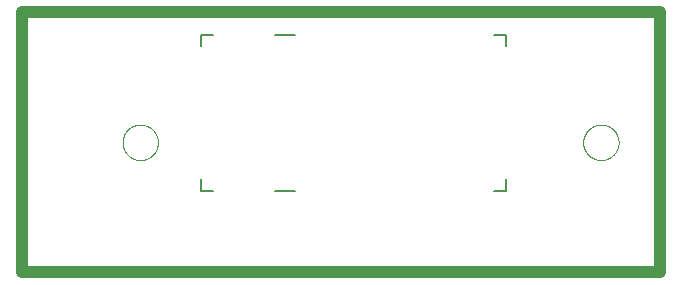
<source format=gbo>
G75*
%MOIN*%
%OFA0B0*%
%FSLAX25Y25*%
%IPPOS*%
%LPD*%
%AMOC8*
5,1,8,0,0,1.08239X$1,22.5*
%
%ADD10C,0.03937*%
%ADD11C,0.00800*%
%ADD12C,0.00000*%
D10*
X0002969Y0005657D02*
X0215567Y0005657D01*
X0215567Y0092272D01*
X0002969Y0092272D01*
X0002969Y0005657D01*
D11*
X0062693Y0032902D02*
X0066630Y0032902D01*
X0062693Y0032902D02*
X0062693Y0036839D01*
X0087102Y0032902D02*
X0093795Y0032902D01*
X0062693Y0080933D02*
X0062693Y0084870D01*
X0066630Y0084870D01*
X0087102Y0084870D02*
X0093795Y0084870D01*
X0160331Y0084870D02*
X0164268Y0084870D01*
X0164268Y0080933D01*
X0164268Y0036839D02*
X0164268Y0032902D01*
X0160331Y0032902D01*
D12*
X0189976Y0048965D02*
X0189978Y0049118D01*
X0189984Y0049272D01*
X0189994Y0049425D01*
X0190008Y0049577D01*
X0190026Y0049730D01*
X0190048Y0049881D01*
X0190073Y0050032D01*
X0190103Y0050183D01*
X0190137Y0050333D01*
X0190174Y0050481D01*
X0190215Y0050629D01*
X0190260Y0050775D01*
X0190309Y0050921D01*
X0190362Y0051065D01*
X0190418Y0051207D01*
X0190478Y0051348D01*
X0190542Y0051488D01*
X0190609Y0051626D01*
X0190680Y0051762D01*
X0190755Y0051896D01*
X0190832Y0052028D01*
X0190914Y0052158D01*
X0190998Y0052286D01*
X0191086Y0052412D01*
X0191177Y0052535D01*
X0191271Y0052656D01*
X0191369Y0052774D01*
X0191469Y0052890D01*
X0191573Y0053003D01*
X0191679Y0053114D01*
X0191788Y0053222D01*
X0191900Y0053327D01*
X0192014Y0053428D01*
X0192132Y0053527D01*
X0192251Y0053623D01*
X0192373Y0053716D01*
X0192498Y0053805D01*
X0192625Y0053892D01*
X0192754Y0053974D01*
X0192885Y0054054D01*
X0193018Y0054130D01*
X0193153Y0054203D01*
X0193290Y0054272D01*
X0193429Y0054337D01*
X0193569Y0054399D01*
X0193711Y0054457D01*
X0193854Y0054512D01*
X0193999Y0054563D01*
X0194145Y0054610D01*
X0194292Y0054653D01*
X0194440Y0054692D01*
X0194589Y0054728D01*
X0194739Y0054759D01*
X0194890Y0054787D01*
X0195041Y0054811D01*
X0195194Y0054831D01*
X0195346Y0054847D01*
X0195499Y0054859D01*
X0195652Y0054867D01*
X0195805Y0054871D01*
X0195959Y0054871D01*
X0196112Y0054867D01*
X0196265Y0054859D01*
X0196418Y0054847D01*
X0196570Y0054831D01*
X0196723Y0054811D01*
X0196874Y0054787D01*
X0197025Y0054759D01*
X0197175Y0054728D01*
X0197324Y0054692D01*
X0197472Y0054653D01*
X0197619Y0054610D01*
X0197765Y0054563D01*
X0197910Y0054512D01*
X0198053Y0054457D01*
X0198195Y0054399D01*
X0198335Y0054337D01*
X0198474Y0054272D01*
X0198611Y0054203D01*
X0198746Y0054130D01*
X0198879Y0054054D01*
X0199010Y0053974D01*
X0199139Y0053892D01*
X0199266Y0053805D01*
X0199391Y0053716D01*
X0199513Y0053623D01*
X0199632Y0053527D01*
X0199750Y0053428D01*
X0199864Y0053327D01*
X0199976Y0053222D01*
X0200085Y0053114D01*
X0200191Y0053003D01*
X0200295Y0052890D01*
X0200395Y0052774D01*
X0200493Y0052656D01*
X0200587Y0052535D01*
X0200678Y0052412D01*
X0200766Y0052286D01*
X0200850Y0052158D01*
X0200932Y0052028D01*
X0201009Y0051896D01*
X0201084Y0051762D01*
X0201155Y0051626D01*
X0201222Y0051488D01*
X0201286Y0051348D01*
X0201346Y0051207D01*
X0201402Y0051065D01*
X0201455Y0050921D01*
X0201504Y0050775D01*
X0201549Y0050629D01*
X0201590Y0050481D01*
X0201627Y0050333D01*
X0201661Y0050183D01*
X0201691Y0050032D01*
X0201716Y0049881D01*
X0201738Y0049730D01*
X0201756Y0049577D01*
X0201770Y0049425D01*
X0201780Y0049272D01*
X0201786Y0049118D01*
X0201788Y0048965D01*
X0201786Y0048812D01*
X0201780Y0048658D01*
X0201770Y0048505D01*
X0201756Y0048353D01*
X0201738Y0048200D01*
X0201716Y0048049D01*
X0201691Y0047898D01*
X0201661Y0047747D01*
X0201627Y0047597D01*
X0201590Y0047449D01*
X0201549Y0047301D01*
X0201504Y0047155D01*
X0201455Y0047009D01*
X0201402Y0046865D01*
X0201346Y0046723D01*
X0201286Y0046582D01*
X0201222Y0046442D01*
X0201155Y0046304D01*
X0201084Y0046168D01*
X0201009Y0046034D01*
X0200932Y0045902D01*
X0200850Y0045772D01*
X0200766Y0045644D01*
X0200678Y0045518D01*
X0200587Y0045395D01*
X0200493Y0045274D01*
X0200395Y0045156D01*
X0200295Y0045040D01*
X0200191Y0044927D01*
X0200085Y0044816D01*
X0199976Y0044708D01*
X0199864Y0044603D01*
X0199750Y0044502D01*
X0199632Y0044403D01*
X0199513Y0044307D01*
X0199391Y0044214D01*
X0199266Y0044125D01*
X0199139Y0044038D01*
X0199010Y0043956D01*
X0198879Y0043876D01*
X0198746Y0043800D01*
X0198611Y0043727D01*
X0198474Y0043658D01*
X0198335Y0043593D01*
X0198195Y0043531D01*
X0198053Y0043473D01*
X0197910Y0043418D01*
X0197765Y0043367D01*
X0197619Y0043320D01*
X0197472Y0043277D01*
X0197324Y0043238D01*
X0197175Y0043202D01*
X0197025Y0043171D01*
X0196874Y0043143D01*
X0196723Y0043119D01*
X0196570Y0043099D01*
X0196418Y0043083D01*
X0196265Y0043071D01*
X0196112Y0043063D01*
X0195959Y0043059D01*
X0195805Y0043059D01*
X0195652Y0043063D01*
X0195499Y0043071D01*
X0195346Y0043083D01*
X0195194Y0043099D01*
X0195041Y0043119D01*
X0194890Y0043143D01*
X0194739Y0043171D01*
X0194589Y0043202D01*
X0194440Y0043238D01*
X0194292Y0043277D01*
X0194145Y0043320D01*
X0193999Y0043367D01*
X0193854Y0043418D01*
X0193711Y0043473D01*
X0193569Y0043531D01*
X0193429Y0043593D01*
X0193290Y0043658D01*
X0193153Y0043727D01*
X0193018Y0043800D01*
X0192885Y0043876D01*
X0192754Y0043956D01*
X0192625Y0044038D01*
X0192498Y0044125D01*
X0192373Y0044214D01*
X0192251Y0044307D01*
X0192132Y0044403D01*
X0192014Y0044502D01*
X0191900Y0044603D01*
X0191788Y0044708D01*
X0191679Y0044816D01*
X0191573Y0044927D01*
X0191469Y0045040D01*
X0191369Y0045156D01*
X0191271Y0045274D01*
X0191177Y0045395D01*
X0191086Y0045518D01*
X0190998Y0045644D01*
X0190914Y0045772D01*
X0190832Y0045902D01*
X0190755Y0046034D01*
X0190680Y0046168D01*
X0190609Y0046304D01*
X0190542Y0046442D01*
X0190478Y0046582D01*
X0190418Y0046723D01*
X0190362Y0046865D01*
X0190309Y0047009D01*
X0190260Y0047155D01*
X0190215Y0047301D01*
X0190174Y0047449D01*
X0190137Y0047597D01*
X0190103Y0047747D01*
X0190073Y0047898D01*
X0190048Y0048049D01*
X0190026Y0048200D01*
X0190008Y0048353D01*
X0189994Y0048505D01*
X0189984Y0048658D01*
X0189978Y0048812D01*
X0189976Y0048965D01*
X0036433Y0048965D02*
X0036435Y0049118D01*
X0036441Y0049272D01*
X0036451Y0049425D01*
X0036465Y0049577D01*
X0036483Y0049730D01*
X0036505Y0049881D01*
X0036530Y0050032D01*
X0036560Y0050183D01*
X0036594Y0050333D01*
X0036631Y0050481D01*
X0036672Y0050629D01*
X0036717Y0050775D01*
X0036766Y0050921D01*
X0036819Y0051065D01*
X0036875Y0051207D01*
X0036935Y0051348D01*
X0036999Y0051488D01*
X0037066Y0051626D01*
X0037137Y0051762D01*
X0037212Y0051896D01*
X0037289Y0052028D01*
X0037371Y0052158D01*
X0037455Y0052286D01*
X0037543Y0052412D01*
X0037634Y0052535D01*
X0037728Y0052656D01*
X0037826Y0052774D01*
X0037926Y0052890D01*
X0038030Y0053003D01*
X0038136Y0053114D01*
X0038245Y0053222D01*
X0038357Y0053327D01*
X0038471Y0053428D01*
X0038589Y0053527D01*
X0038708Y0053623D01*
X0038830Y0053716D01*
X0038955Y0053805D01*
X0039082Y0053892D01*
X0039211Y0053974D01*
X0039342Y0054054D01*
X0039475Y0054130D01*
X0039610Y0054203D01*
X0039747Y0054272D01*
X0039886Y0054337D01*
X0040026Y0054399D01*
X0040168Y0054457D01*
X0040311Y0054512D01*
X0040456Y0054563D01*
X0040602Y0054610D01*
X0040749Y0054653D01*
X0040897Y0054692D01*
X0041046Y0054728D01*
X0041196Y0054759D01*
X0041347Y0054787D01*
X0041498Y0054811D01*
X0041651Y0054831D01*
X0041803Y0054847D01*
X0041956Y0054859D01*
X0042109Y0054867D01*
X0042262Y0054871D01*
X0042416Y0054871D01*
X0042569Y0054867D01*
X0042722Y0054859D01*
X0042875Y0054847D01*
X0043027Y0054831D01*
X0043180Y0054811D01*
X0043331Y0054787D01*
X0043482Y0054759D01*
X0043632Y0054728D01*
X0043781Y0054692D01*
X0043929Y0054653D01*
X0044076Y0054610D01*
X0044222Y0054563D01*
X0044367Y0054512D01*
X0044510Y0054457D01*
X0044652Y0054399D01*
X0044792Y0054337D01*
X0044931Y0054272D01*
X0045068Y0054203D01*
X0045203Y0054130D01*
X0045336Y0054054D01*
X0045467Y0053974D01*
X0045596Y0053892D01*
X0045723Y0053805D01*
X0045848Y0053716D01*
X0045970Y0053623D01*
X0046089Y0053527D01*
X0046207Y0053428D01*
X0046321Y0053327D01*
X0046433Y0053222D01*
X0046542Y0053114D01*
X0046648Y0053003D01*
X0046752Y0052890D01*
X0046852Y0052774D01*
X0046950Y0052656D01*
X0047044Y0052535D01*
X0047135Y0052412D01*
X0047223Y0052286D01*
X0047307Y0052158D01*
X0047389Y0052028D01*
X0047466Y0051896D01*
X0047541Y0051762D01*
X0047612Y0051626D01*
X0047679Y0051488D01*
X0047743Y0051348D01*
X0047803Y0051207D01*
X0047859Y0051065D01*
X0047912Y0050921D01*
X0047961Y0050775D01*
X0048006Y0050629D01*
X0048047Y0050481D01*
X0048084Y0050333D01*
X0048118Y0050183D01*
X0048148Y0050032D01*
X0048173Y0049881D01*
X0048195Y0049730D01*
X0048213Y0049577D01*
X0048227Y0049425D01*
X0048237Y0049272D01*
X0048243Y0049118D01*
X0048245Y0048965D01*
X0048243Y0048812D01*
X0048237Y0048658D01*
X0048227Y0048505D01*
X0048213Y0048353D01*
X0048195Y0048200D01*
X0048173Y0048049D01*
X0048148Y0047898D01*
X0048118Y0047747D01*
X0048084Y0047597D01*
X0048047Y0047449D01*
X0048006Y0047301D01*
X0047961Y0047155D01*
X0047912Y0047009D01*
X0047859Y0046865D01*
X0047803Y0046723D01*
X0047743Y0046582D01*
X0047679Y0046442D01*
X0047612Y0046304D01*
X0047541Y0046168D01*
X0047466Y0046034D01*
X0047389Y0045902D01*
X0047307Y0045772D01*
X0047223Y0045644D01*
X0047135Y0045518D01*
X0047044Y0045395D01*
X0046950Y0045274D01*
X0046852Y0045156D01*
X0046752Y0045040D01*
X0046648Y0044927D01*
X0046542Y0044816D01*
X0046433Y0044708D01*
X0046321Y0044603D01*
X0046207Y0044502D01*
X0046089Y0044403D01*
X0045970Y0044307D01*
X0045848Y0044214D01*
X0045723Y0044125D01*
X0045596Y0044038D01*
X0045467Y0043956D01*
X0045336Y0043876D01*
X0045203Y0043800D01*
X0045068Y0043727D01*
X0044931Y0043658D01*
X0044792Y0043593D01*
X0044652Y0043531D01*
X0044510Y0043473D01*
X0044367Y0043418D01*
X0044222Y0043367D01*
X0044076Y0043320D01*
X0043929Y0043277D01*
X0043781Y0043238D01*
X0043632Y0043202D01*
X0043482Y0043171D01*
X0043331Y0043143D01*
X0043180Y0043119D01*
X0043027Y0043099D01*
X0042875Y0043083D01*
X0042722Y0043071D01*
X0042569Y0043063D01*
X0042416Y0043059D01*
X0042262Y0043059D01*
X0042109Y0043063D01*
X0041956Y0043071D01*
X0041803Y0043083D01*
X0041651Y0043099D01*
X0041498Y0043119D01*
X0041347Y0043143D01*
X0041196Y0043171D01*
X0041046Y0043202D01*
X0040897Y0043238D01*
X0040749Y0043277D01*
X0040602Y0043320D01*
X0040456Y0043367D01*
X0040311Y0043418D01*
X0040168Y0043473D01*
X0040026Y0043531D01*
X0039886Y0043593D01*
X0039747Y0043658D01*
X0039610Y0043727D01*
X0039475Y0043800D01*
X0039342Y0043876D01*
X0039211Y0043956D01*
X0039082Y0044038D01*
X0038955Y0044125D01*
X0038830Y0044214D01*
X0038708Y0044307D01*
X0038589Y0044403D01*
X0038471Y0044502D01*
X0038357Y0044603D01*
X0038245Y0044708D01*
X0038136Y0044816D01*
X0038030Y0044927D01*
X0037926Y0045040D01*
X0037826Y0045156D01*
X0037728Y0045274D01*
X0037634Y0045395D01*
X0037543Y0045518D01*
X0037455Y0045644D01*
X0037371Y0045772D01*
X0037289Y0045902D01*
X0037212Y0046034D01*
X0037137Y0046168D01*
X0037066Y0046304D01*
X0036999Y0046442D01*
X0036935Y0046582D01*
X0036875Y0046723D01*
X0036819Y0046865D01*
X0036766Y0047009D01*
X0036717Y0047155D01*
X0036672Y0047301D01*
X0036631Y0047449D01*
X0036594Y0047597D01*
X0036560Y0047747D01*
X0036530Y0047898D01*
X0036505Y0048049D01*
X0036483Y0048200D01*
X0036465Y0048353D01*
X0036451Y0048505D01*
X0036441Y0048658D01*
X0036435Y0048812D01*
X0036433Y0048965D01*
M02*

</source>
